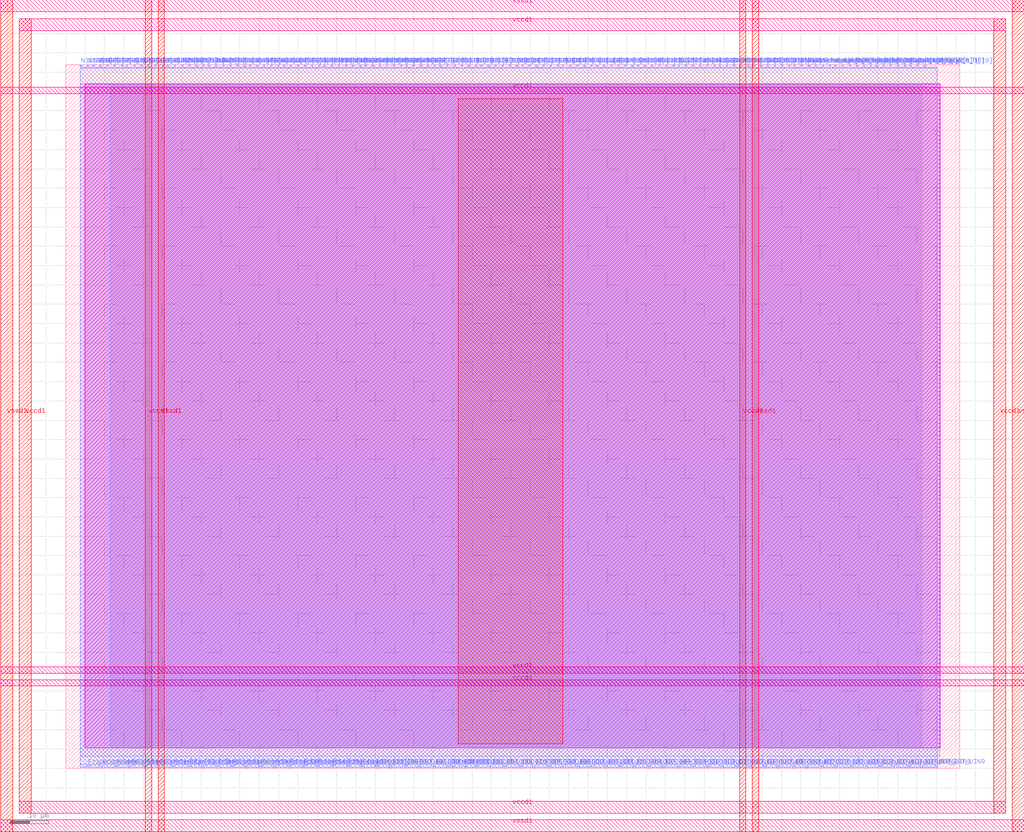
<source format=lef>
VERSION 5.7 ;
  NOWIREEXTENSIONATPIN ON ;
  DIVIDERCHAR "/" ;
  BUSBITCHARS "[]" ;
MACRO S_term_single
  CLASS BLOCK ;
  FOREIGN S_term_single ;
  ORIGIN 0.000 0.000 ;
  SIZE 231.000 BY 182.000 ;
  PIN Co
    DIRECTION OUTPUT ;
    USE SIGNAL ;
    PORT
      LAYER met2 ;
        RECT 95.260 181.300 95.640 182.000 ;
    END
  END Co
  PIN FrameStrobe[0]
    DIRECTION INPUT ;
    USE SIGNAL ;
    ANTENNAGATEAREA 0.213000 ;
    PORT
      LAYER met2 ;
        RECT 5.560 0.000 5.940 0.700 ;
    END
  END FrameStrobe[0]
  PIN FrameStrobe[10]
    DIRECTION INPUT ;
    USE SIGNAL ;
    ANTENNAGATEAREA 0.213000 ;
    ANTENNADIFFAREA 0.434700 ;
    PORT
      LAYER met2 ;
        RECT 42.820 0.000 43.200 0.700 ;
    END
  END FrameStrobe[10]
  PIN FrameStrobe[11]
    DIRECTION INPUT ;
    USE SIGNAL ;
    ANTENNAGATEAREA 0.213000 ;
    PORT
      LAYER met2 ;
        RECT 46.500 0.000 46.880 0.700 ;
    END
  END FrameStrobe[11]
  PIN FrameStrobe[12]
    DIRECTION INPUT ;
    USE SIGNAL ;
    ANTENNAGATEAREA 0.213000 ;
    PORT
      LAYER met2 ;
        RECT 50.180 0.000 50.560 0.700 ;
    END
  END FrameStrobe[12]
  PIN FrameStrobe[13]
    DIRECTION INPUT ;
    USE SIGNAL ;
    ANTENNAGATEAREA 0.213000 ;
    PORT
      LAYER met2 ;
        RECT 53.860 0.000 54.240 0.700 ;
    END
  END FrameStrobe[13]
  PIN FrameStrobe[14]
    DIRECTION INPUT ;
    USE SIGNAL ;
    ANTENNAGATEAREA 0.213000 ;
    PORT
      LAYER met2 ;
        RECT 57.540 0.000 57.920 0.700 ;
    END
  END FrameStrobe[14]
  PIN FrameStrobe[15]
    DIRECTION INPUT ;
    USE SIGNAL ;
    ANTENNAGATEAREA 0.213000 ;
    PORT
      LAYER met2 ;
        RECT 61.220 0.000 61.600 0.700 ;
    END
  END FrameStrobe[15]
  PIN FrameStrobe[16]
    DIRECTION INPUT ;
    USE SIGNAL ;
    ANTENNAGATEAREA 0.213000 ;
    PORT
      LAYER met2 ;
        RECT 64.900 0.000 65.280 0.700 ;
    END
  END FrameStrobe[16]
  PIN FrameStrobe[17]
    DIRECTION INPUT ;
    USE SIGNAL ;
    ANTENNAGATEAREA 0.213000 ;
    PORT
      LAYER met2 ;
        RECT 68.580 0.000 68.960 0.700 ;
    END
  END FrameStrobe[17]
  PIN FrameStrobe[18]
    DIRECTION INPUT ;
    USE SIGNAL ;
    ANTENNAGATEAREA 0.213000 ;
    PORT
      LAYER met2 ;
        RECT 72.720 0.000 73.100 0.700 ;
    END
  END FrameStrobe[18]
  PIN FrameStrobe[19]
    DIRECTION INPUT ;
    USE SIGNAL ;
    ANTENNAGATEAREA 0.213000 ;
    PORT
      LAYER met2 ;
        RECT 76.400 0.000 76.780 0.700 ;
    END
  END FrameStrobe[19]
  PIN FrameStrobe[1]
    DIRECTION INPUT ;
    USE SIGNAL ;
    ANTENNAGATEAREA 0.213000 ;
    ANTENNADIFFAREA 0.434700 ;
    PORT
      LAYER met2 ;
        RECT 9.240 0.000 9.620 0.700 ;
    END
  END FrameStrobe[1]
  PIN FrameStrobe[2]
    DIRECTION INPUT ;
    USE SIGNAL ;
    ANTENNAGATEAREA 0.213000 ;
    PORT
      LAYER met2 ;
        RECT 12.920 0.000 13.300 0.700 ;
    END
  END FrameStrobe[2]
  PIN FrameStrobe[3]
    DIRECTION INPUT ;
    USE SIGNAL ;
    ANTENNAGATEAREA 0.213000 ;
    PORT
      LAYER met2 ;
        RECT 16.600 0.000 16.980 0.700 ;
    END
  END FrameStrobe[3]
  PIN FrameStrobe[4]
    DIRECTION INPUT ;
    USE SIGNAL ;
    ANTENNAGATEAREA 0.213000 ;
    ANTENNADIFFAREA 0.434700 ;
    PORT
      LAYER met2 ;
        RECT 20.280 0.000 20.660 0.700 ;
    END
  END FrameStrobe[4]
  PIN FrameStrobe[5]
    DIRECTION INPUT ;
    USE SIGNAL ;
    ANTENNAGATEAREA 0.213000 ;
    PORT
      LAYER met2 ;
        RECT 23.960 0.000 24.340 0.700 ;
    END
  END FrameStrobe[5]
  PIN FrameStrobe[6]
    DIRECTION INPUT ;
    USE SIGNAL ;
    ANTENNAGATEAREA 0.213000 ;
    PORT
      LAYER met2 ;
        RECT 27.640 0.000 28.020 0.700 ;
    END
  END FrameStrobe[6]
  PIN FrameStrobe[7]
    DIRECTION INPUT ;
    USE SIGNAL ;
    ANTENNAGATEAREA 0.213000 ;
    PORT
      LAYER met2 ;
        RECT 31.780 0.000 32.160 0.700 ;
    END
  END FrameStrobe[7]
  PIN FrameStrobe[8]
    DIRECTION INPUT ;
    USE SIGNAL ;
    ANTENNAGATEAREA 0.213000 ;
    ANTENNADIFFAREA 0.434700 ;
    PORT
      LAYER met2 ;
        RECT 35.460 0.000 35.840 0.700 ;
    END
  END FrameStrobe[8]
  PIN FrameStrobe[9]
    DIRECTION INPUT ;
    USE SIGNAL ;
    ANTENNAGATEAREA 0.213000 ;
    ANTENNADIFFAREA 0.434700 ;
    PORT
      LAYER met2 ;
        RECT 39.140 0.000 39.520 0.700 ;
    END
  END FrameStrobe[9]
  PIN FrameStrobe_O[0]
    DIRECTION OUTPUT ;
    USE SIGNAL ;
    ANTENNADIFFAREA 0.445500 ;
    PORT
      LAYER met2 ;
        RECT 188.180 181.300 188.560 182.000 ;
    END
  END FrameStrobe_O[0]
  PIN FrameStrobe_O[10]
    DIRECTION OUTPUT ;
    USE SIGNAL ;
    ANTENNADIFFAREA 0.445500 ;
    PORT
      LAYER met2 ;
        RECT 206.120 181.300 206.500 182.000 ;
    END
  END FrameStrobe_O[10]
  PIN FrameStrobe_O[11]
    DIRECTION OUTPUT ;
    USE SIGNAL ;
    ANTENNADIFFAREA 0.445500 ;
    PORT
      LAYER met2 ;
        RECT 207.960 181.300 208.340 182.000 ;
    END
  END FrameStrobe_O[11]
  PIN FrameStrobe_O[12]
    DIRECTION OUTPUT ;
    USE SIGNAL ;
    ANTENNADIFFAREA 0.445500 ;
    PORT
      LAYER met2 ;
        RECT 209.340 181.300 209.720 182.000 ;
    END
  END FrameStrobe_O[12]
  PIN FrameStrobe_O[13]
    DIRECTION OUTPUT ;
    USE SIGNAL ;
    ANTENNADIFFAREA 0.445500 ;
    PORT
      LAYER met2 ;
        RECT 211.180 181.300 211.560 182.000 ;
    END
  END FrameStrobe_O[13]
  PIN FrameStrobe_O[14]
    DIRECTION OUTPUT ;
    USE SIGNAL ;
    ANTENNADIFFAREA 0.445500 ;
    PORT
      LAYER met2 ;
        RECT 213.020 181.300 213.400 182.000 ;
    END
  END FrameStrobe_O[14]
  PIN FrameStrobe_O[15]
    DIRECTION OUTPUT ;
    USE SIGNAL ;
    ANTENNADIFFAREA 0.445500 ;
    PORT
      LAYER met2 ;
        RECT 214.860 181.300 215.240 182.000 ;
    END
  END FrameStrobe_O[15]
  PIN FrameStrobe_O[16]
    DIRECTION OUTPUT ;
    USE SIGNAL ;
    ANTENNADIFFAREA 0.445500 ;
    PORT
      LAYER met2 ;
        RECT 216.700 181.300 217.080 182.000 ;
    END
  END FrameStrobe_O[16]
  PIN FrameStrobe_O[17]
    DIRECTION OUTPUT ;
    USE SIGNAL ;
    ANTENNADIFFAREA 0.445500 ;
    PORT
      LAYER met2 ;
        RECT 218.080 181.300 218.460 182.000 ;
    END
  END FrameStrobe_O[17]
  PIN FrameStrobe_O[18]
    DIRECTION OUTPUT ;
    USE SIGNAL ;
    ANTENNADIFFAREA 0.445500 ;
    PORT
      LAYER met2 ;
        RECT 219.920 181.300 220.300 182.000 ;
    END
  END FrameStrobe_O[18]
  PIN FrameStrobe_O[19]
    DIRECTION OUTPUT ;
    USE SIGNAL ;
    ANTENNADIFFAREA 0.445500 ;
    PORT
      LAYER met2 ;
        RECT 221.760 181.300 222.140 182.000 ;
    END
  END FrameStrobe_O[19]
  PIN FrameStrobe_O[1]
    DIRECTION OUTPUT ;
    USE SIGNAL ;
    ANTENNADIFFAREA 0.445500 ;
    PORT
      LAYER met2 ;
        RECT 190.020 181.300 190.400 182.000 ;
    END
  END FrameStrobe_O[1]
  PIN FrameStrobe_O[2]
    DIRECTION OUTPUT ;
    USE SIGNAL ;
    ANTENNADIFFAREA 0.445500 ;
    PORT
      LAYER met2 ;
        RECT 191.860 181.300 192.240 182.000 ;
    END
  END FrameStrobe_O[2]
  PIN FrameStrobe_O[3]
    DIRECTION OUTPUT ;
    USE SIGNAL ;
    ANTENNADIFFAREA 0.445500 ;
    PORT
      LAYER met2 ;
        RECT 193.700 181.300 194.080 182.000 ;
    END
  END FrameStrobe_O[3]
  PIN FrameStrobe_O[4]
    DIRECTION OUTPUT ;
    USE SIGNAL ;
    ANTENNADIFFAREA 0.445500 ;
    PORT
      LAYER met2 ;
        RECT 195.540 181.300 195.920 182.000 ;
    END
  END FrameStrobe_O[4]
  PIN FrameStrobe_O[5]
    DIRECTION OUTPUT ;
    USE SIGNAL ;
    ANTENNADIFFAREA 0.445500 ;
    PORT
      LAYER met2 ;
        RECT 197.380 181.300 197.760 182.000 ;
    END
  END FrameStrobe_O[5]
  PIN FrameStrobe_O[6]
    DIRECTION OUTPUT ;
    USE SIGNAL ;
    ANTENNADIFFAREA 0.445500 ;
    PORT
      LAYER met2 ;
        RECT 198.760 181.300 199.140 182.000 ;
    END
  END FrameStrobe_O[6]
  PIN FrameStrobe_O[7]
    DIRECTION OUTPUT ;
    USE SIGNAL ;
    ANTENNADIFFAREA 0.445500 ;
    PORT
      LAYER met2 ;
        RECT 200.600 181.300 200.980 182.000 ;
    END
  END FrameStrobe_O[7]
  PIN FrameStrobe_O[8]
    DIRECTION OUTPUT ;
    USE SIGNAL ;
    ANTENNADIFFAREA 0.445500 ;
    PORT
      LAYER met2 ;
        RECT 202.440 181.300 202.820 182.000 ;
    END
  END FrameStrobe_O[8]
  PIN FrameStrobe_O[9]
    DIRECTION OUTPUT ;
    USE SIGNAL ;
    ANTENNADIFFAREA 0.445500 ;
    PORT
      LAYER met2 ;
        RECT 204.280 181.300 204.660 182.000 ;
    END
  END FrameStrobe_O[9]
  PIN N1BEG[0]
    DIRECTION OUTPUT ;
    USE SIGNAL ;
    ANTENNADIFFAREA 0.445500 ;
    PORT
      LAYER met2 ;
        RECT 3.720 181.300 4.100 182.000 ;
    END
  END N1BEG[0]
  PIN N1BEG[1]
    DIRECTION OUTPUT ;
    USE SIGNAL ;
    ANTENNADIFFAREA 0.445500 ;
    PORT
      LAYER met2 ;
        RECT 5.560 181.300 5.940 182.000 ;
    END
  END N1BEG[1]
  PIN N1BEG[2]
    DIRECTION OUTPUT ;
    USE SIGNAL ;
    ANTENNADIFFAREA 0.445500 ;
    PORT
      LAYER met2 ;
        RECT 6.940 181.300 7.320 182.000 ;
    END
  END N1BEG[2]
  PIN N1BEG[3]
    DIRECTION OUTPUT ;
    USE SIGNAL ;
    ANTENNADIFFAREA 0.445500 ;
    PORT
      LAYER met2 ;
        RECT 8.780 181.300 9.160 182.000 ;
    END
  END N1BEG[3]
  PIN N2BEG[0]
    DIRECTION OUTPUT ;
    USE SIGNAL ;
    ANTENNADIFFAREA 0.445500 ;
    PORT
      LAYER met2 ;
        RECT 10.620 181.300 11.000 182.000 ;
    END
  END N2BEG[0]
  PIN N2BEG[1]
    DIRECTION OUTPUT ;
    USE SIGNAL ;
    ANTENNADIFFAREA 0.445500 ;
    PORT
      LAYER met2 ;
        RECT 12.460 181.300 12.840 182.000 ;
    END
  END N2BEG[1]
  PIN N2BEG[2]
    DIRECTION OUTPUT ;
    USE SIGNAL ;
    ANTENNADIFFAREA 0.445500 ;
    PORT
      LAYER met2 ;
        RECT 14.300 181.300 14.680 182.000 ;
    END
  END N2BEG[2]
  PIN N2BEG[3]
    DIRECTION OUTPUT ;
    USE SIGNAL ;
    ANTENNADIFFAREA 0.445500 ;
    PORT
      LAYER met2 ;
        RECT 15.680 181.300 16.060 182.000 ;
    END
  END N2BEG[3]
  PIN N2BEG[4]
    DIRECTION OUTPUT ;
    USE SIGNAL ;
    ANTENNADIFFAREA 0.445500 ;
    PORT
      LAYER met2 ;
        RECT 17.520 181.300 17.900 182.000 ;
    END
  END N2BEG[4]
  PIN N2BEG[5]
    DIRECTION OUTPUT ;
    USE SIGNAL ;
    ANTENNADIFFAREA 0.445500 ;
    PORT
      LAYER met2 ;
        RECT 19.360 181.300 19.740 182.000 ;
    END
  END N2BEG[5]
  PIN N2BEG[6]
    DIRECTION OUTPUT ;
    USE SIGNAL ;
    ANTENNADIFFAREA 0.445500 ;
    PORT
      LAYER met2 ;
        RECT 21.200 181.300 21.580 182.000 ;
    END
  END N2BEG[6]
  PIN N2BEG[7]
    DIRECTION OUTPUT ;
    USE SIGNAL ;
    ANTENNADIFFAREA 0.445500 ;
    PORT
      LAYER met2 ;
        RECT 23.040 181.300 23.420 182.000 ;
    END
  END N2BEG[7]
  PIN N2BEGb[0]
    DIRECTION OUTPUT ;
    USE SIGNAL ;
    ANTENNADIFFAREA 0.445500 ;
    PORT
      LAYER met2 ;
        RECT 24.880 181.300 25.260 182.000 ;
    END
  END N2BEGb[0]
  PIN N2BEGb[1]
    DIRECTION OUTPUT ;
    USE SIGNAL ;
    ANTENNADIFFAREA 0.445500 ;
    PORT
      LAYER met2 ;
        RECT 26.260 181.300 26.640 182.000 ;
    END
  END N2BEGb[1]
  PIN N2BEGb[2]
    DIRECTION OUTPUT ;
    USE SIGNAL ;
    ANTENNADIFFAREA 0.445500 ;
    PORT
      LAYER met2 ;
        RECT 28.100 181.300 28.480 182.000 ;
    END
  END N2BEGb[2]
  PIN N2BEGb[3]
    DIRECTION OUTPUT ;
    USE SIGNAL ;
    ANTENNADIFFAREA 0.445500 ;
    PORT
      LAYER met2 ;
        RECT 29.940 181.300 30.320 182.000 ;
    END
  END N2BEGb[3]
  PIN N2BEGb[4]
    DIRECTION OUTPUT ;
    USE SIGNAL ;
    ANTENNADIFFAREA 0.445500 ;
    PORT
      LAYER met2 ;
        RECT 31.780 181.300 32.160 182.000 ;
    END
  END N2BEGb[4]
  PIN N2BEGb[5]
    DIRECTION OUTPUT ;
    USE SIGNAL ;
    ANTENNADIFFAREA 0.445500 ;
    PORT
      LAYER met2 ;
        RECT 33.620 181.300 34.000 182.000 ;
    END
  END N2BEGb[5]
  PIN N2BEGb[6]
    DIRECTION OUTPUT ;
    USE SIGNAL ;
    ANTENNADIFFAREA 0.445500 ;
    PORT
      LAYER met2 ;
        RECT 35.460 181.300 35.840 182.000 ;
    END
  END N2BEGb[6]
  PIN N2BEGb[7]
    DIRECTION OUTPUT ;
    USE SIGNAL ;
    ANTENNADIFFAREA 0.445500 ;
    PORT
      LAYER met2 ;
        RECT 36.840 181.300 37.220 182.000 ;
    END
  END N2BEGb[7]
  PIN N4BEG[0]
    DIRECTION OUTPUT ;
    USE SIGNAL ;
    ANTENNADIFFAREA 0.445500 ;
    PORT
      LAYER met2 ;
        RECT 38.680 181.300 39.060 182.000 ;
    END
  END N4BEG[0]
  PIN N4BEG[10]
    DIRECTION OUTPUT ;
    USE SIGNAL ;
    ANTENNADIFFAREA 0.445500 ;
    PORT
      LAYER met2 ;
        RECT 56.160 181.300 56.540 182.000 ;
    END
  END N4BEG[10]
  PIN N4BEG[11]
    DIRECTION OUTPUT ;
    USE SIGNAL ;
    ANTENNADIFFAREA 0.445500 ;
    PORT
      LAYER met2 ;
        RECT 58.000 181.300 58.380 182.000 ;
    END
  END N4BEG[11]
  PIN N4BEG[12]
    DIRECTION OUTPUT ;
    USE SIGNAL ;
    ANTENNADIFFAREA 0.445500 ;
    PORT
      LAYER met2 ;
        RECT 59.840 181.300 60.220 182.000 ;
    END
  END N4BEG[12]
  PIN N4BEG[13]
    DIRECTION OUTPUT ;
    USE SIGNAL ;
    ANTENNADIFFAREA 0.445500 ;
    PORT
      LAYER met2 ;
        RECT 61.680 181.300 62.060 182.000 ;
    END
  END N4BEG[13]
  PIN N4BEG[14]
    DIRECTION OUTPUT ;
    USE SIGNAL ;
    ANTENNADIFFAREA 0.445500 ;
    PORT
      LAYER met2 ;
        RECT 63.520 181.300 63.900 182.000 ;
    END
  END N4BEG[14]
  PIN N4BEG[15]
    DIRECTION OUTPUT ;
    USE SIGNAL ;
    ANTENNADIFFAREA 0.445500 ;
    PORT
      LAYER met2 ;
        RECT 65.360 181.300 65.740 182.000 ;
    END
  END N4BEG[15]
  PIN N4BEG[1]
    DIRECTION OUTPUT ;
    USE SIGNAL ;
    ANTENNADIFFAREA 0.445500 ;
    PORT
      LAYER met2 ;
        RECT 40.520 181.300 40.900 182.000 ;
    END
  END N4BEG[1]
  PIN N4BEG[2]
    DIRECTION OUTPUT ;
    USE SIGNAL ;
    ANTENNADIFFAREA 0.445500 ;
    PORT
      LAYER met2 ;
        RECT 42.360 181.300 42.740 182.000 ;
    END
  END N4BEG[2]
  PIN N4BEG[3]
    DIRECTION OUTPUT ;
    USE SIGNAL ;
    ANTENNADIFFAREA 0.445500 ;
    PORT
      LAYER met2 ;
        RECT 44.200 181.300 44.580 182.000 ;
    END
  END N4BEG[3]
  PIN N4BEG[4]
    DIRECTION OUTPUT ;
    USE SIGNAL ;
    ANTENNADIFFAREA 0.445500 ;
    PORT
      LAYER met2 ;
        RECT 46.040 181.300 46.420 182.000 ;
    END
  END N4BEG[4]
  PIN N4BEG[5]
    DIRECTION OUTPUT ;
    USE SIGNAL ;
    ANTENNADIFFAREA 0.445500 ;
    PORT
      LAYER met2 ;
        RECT 47.420 181.300 47.800 182.000 ;
    END
  END N4BEG[5]
  PIN N4BEG[6]
    DIRECTION OUTPUT ;
    USE SIGNAL ;
    ANTENNADIFFAREA 0.445500 ;
    PORT
      LAYER met2 ;
        RECT 49.260 181.300 49.640 182.000 ;
    END
  END N4BEG[6]
  PIN N4BEG[7]
    DIRECTION OUTPUT ;
    USE SIGNAL ;
    ANTENNADIFFAREA 0.445500 ;
    PORT
      LAYER met2 ;
        RECT 51.100 181.300 51.480 182.000 ;
    END
  END N4BEG[7]
  PIN N4BEG[8]
    DIRECTION OUTPUT ;
    USE SIGNAL ;
    ANTENNADIFFAREA 0.445500 ;
    PORT
      LAYER met2 ;
        RECT 52.940 181.300 53.320 182.000 ;
    END
  END N4BEG[8]
  PIN N4BEG[9]
    DIRECTION OUTPUT ;
    USE SIGNAL ;
    ANTENNADIFFAREA 0.445500 ;
    PORT
      LAYER met2 ;
        RECT 54.780 181.300 55.160 182.000 ;
    END
  END N4BEG[9]
  PIN NN4BEG[0]
    DIRECTION OUTPUT ;
    USE SIGNAL ;
    ANTENNADIFFAREA 0.445500 ;
    PORT
      LAYER met2 ;
        RECT 66.740 181.300 67.120 182.000 ;
    END
  END NN4BEG[0]
  PIN NN4BEG[10]
    DIRECTION OUTPUT ;
    USE SIGNAL ;
    ANTENNADIFFAREA 0.445500 ;
    PORT
      LAYER met2 ;
        RECT 84.680 181.300 85.060 182.000 ;
    END
  END NN4BEG[10]
  PIN NN4BEG[11]
    DIRECTION OUTPUT ;
    USE SIGNAL ;
    ANTENNADIFFAREA 0.445500 ;
    PORT
      LAYER met2 ;
        RECT 86.520 181.300 86.900 182.000 ;
    END
  END NN4BEG[11]
  PIN NN4BEG[12]
    DIRECTION OUTPUT ;
    USE SIGNAL ;
    ANTENNADIFFAREA 0.445500 ;
    PORT
      LAYER met2 ;
        RECT 87.900 181.300 88.280 182.000 ;
    END
  END NN4BEG[12]
  PIN NN4BEG[13]
    DIRECTION OUTPUT ;
    USE SIGNAL ;
    ANTENNADIFFAREA 0.445500 ;
    PORT
      LAYER met2 ;
        RECT 89.740 181.300 90.120 182.000 ;
    END
  END NN4BEG[13]
  PIN NN4BEG[14]
    DIRECTION OUTPUT ;
    USE SIGNAL ;
    ANTENNADIFFAREA 0.445500 ;
    PORT
      LAYER met2 ;
        RECT 91.580 181.300 91.960 182.000 ;
    END
  END NN4BEG[14]
  PIN NN4BEG[15]
    DIRECTION OUTPUT ;
    USE SIGNAL ;
    ANTENNADIFFAREA 0.445500 ;
    PORT
      LAYER met2 ;
        RECT 93.420 181.300 93.800 182.000 ;
    END
  END NN4BEG[15]
  PIN NN4BEG[1]
    DIRECTION OUTPUT ;
    USE SIGNAL ;
    ANTENNADIFFAREA 0.445500 ;
    PORT
      LAYER met2 ;
        RECT 68.580 181.300 68.960 182.000 ;
    END
  END NN4BEG[1]
  PIN NN4BEG[2]
    DIRECTION OUTPUT ;
    USE SIGNAL ;
    ANTENNADIFFAREA 0.445500 ;
    PORT
      LAYER met2 ;
        RECT 70.420 181.300 70.800 182.000 ;
    END
  END NN4BEG[2]
  PIN NN4BEG[3]
    DIRECTION OUTPUT ;
    USE SIGNAL ;
    ANTENNADIFFAREA 0.445500 ;
    PORT
      LAYER met2 ;
        RECT 72.260 181.300 72.640 182.000 ;
    END
  END NN4BEG[3]
  PIN NN4BEG[4]
    DIRECTION OUTPUT ;
    USE SIGNAL ;
    ANTENNADIFFAREA 0.445500 ;
    PORT
      LAYER met2 ;
        RECT 74.100 181.300 74.480 182.000 ;
    END
  END NN4BEG[4]
  PIN NN4BEG[5]
    DIRECTION OUTPUT ;
    USE SIGNAL ;
    ANTENNADIFFAREA 0.445500 ;
    PORT
      LAYER met2 ;
        RECT 75.940 181.300 76.320 182.000 ;
    END
  END NN4BEG[5]
  PIN NN4BEG[6]
    DIRECTION OUTPUT ;
    USE SIGNAL ;
    ANTENNADIFFAREA 0.445500 ;
    PORT
      LAYER met2 ;
        RECT 77.320 181.300 77.700 182.000 ;
    END
  END NN4BEG[6]
  PIN NN4BEG[7]
    DIRECTION OUTPUT ;
    USE SIGNAL ;
    ANTENNADIFFAREA 0.445500 ;
    PORT
      LAYER met2 ;
        RECT 79.160 181.300 79.540 182.000 ;
    END
  END NN4BEG[7]
  PIN NN4BEG[8]
    DIRECTION OUTPUT ;
    USE SIGNAL ;
    ANTENNADIFFAREA 0.445500 ;
    PORT
      LAYER met2 ;
        RECT 81.000 181.300 81.380 182.000 ;
    END
  END NN4BEG[8]
  PIN NN4BEG[9]
    DIRECTION OUTPUT ;
    USE SIGNAL ;
    ANTENNADIFFAREA 0.445500 ;
    PORT
      LAYER met2 ;
        RECT 82.840 181.300 83.220 182.000 ;
    END
  END NN4BEG[9]
  PIN S1END[0]
    DIRECTION INPUT ;
    USE SIGNAL ;
    ANTENNAGATEAREA 0.213000 ;
    PORT
      LAYER met2 ;
        RECT 96.640 181.300 97.020 182.000 ;
    END
  END S1END[0]
  PIN S1END[1]
    DIRECTION INPUT ;
    USE SIGNAL ;
    ANTENNAGATEAREA 0.213000 ;
    PORT
      LAYER met2 ;
        RECT 98.480 181.300 98.860 182.000 ;
    END
  END S1END[1]
  PIN S1END[2]
    DIRECTION INPUT ;
    USE SIGNAL ;
    ANTENNAGATEAREA 0.213000 ;
    PORT
      LAYER met2 ;
        RECT 100.320 181.300 100.700 182.000 ;
    END
  END S1END[2]
  PIN S1END[3]
    DIRECTION INPUT ;
    USE SIGNAL ;
    ANTENNAGATEAREA 0.213000 ;
    PORT
      LAYER met2 ;
        RECT 102.160 181.300 102.540 182.000 ;
    END
  END S1END[3]
  PIN S2END[0]
    DIRECTION INPUT ;
    USE SIGNAL ;
    ANTENNAGATEAREA 0.213000 ;
    PORT
      LAYER met2 ;
        RECT 117.800 181.300 118.180 182.000 ;
    END
  END S2END[0]
  PIN S2END[1]
    DIRECTION INPUT ;
    USE SIGNAL ;
    ANTENNAGATEAREA 0.213000 ;
    PORT
      LAYER met2 ;
        RECT 119.640 181.300 120.020 182.000 ;
    END
  END S2END[1]
  PIN S2END[2]
    DIRECTION INPUT ;
    USE SIGNAL ;
    ANTENNAGATEAREA 0.213000 ;
    PORT
      LAYER met2 ;
        RECT 121.480 181.300 121.860 182.000 ;
    END
  END S2END[2]
  PIN S2END[3]
    DIRECTION INPUT ;
    USE SIGNAL ;
    ANTENNAGATEAREA 0.213000 ;
    PORT
      LAYER met2 ;
        RECT 123.320 181.300 123.700 182.000 ;
    END
  END S2END[3]
  PIN S2END[4]
    DIRECTION INPUT ;
    USE SIGNAL ;
    ANTENNAGATEAREA 0.213000 ;
    PORT
      LAYER met2 ;
        RECT 125.160 181.300 125.540 182.000 ;
    END
  END S2END[4]
  PIN S2END[5]
    DIRECTION INPUT ;
    USE SIGNAL ;
    ANTENNAGATEAREA 0.213000 ;
    PORT
      LAYER met2 ;
        RECT 127.000 181.300 127.380 182.000 ;
    END
  END S2END[5]
  PIN S2END[6]
    DIRECTION INPUT ;
    USE SIGNAL ;
    ANTENNAGATEAREA 0.213000 ;
    PORT
      LAYER met2 ;
        RECT 128.380 181.300 128.760 182.000 ;
    END
  END S2END[6]
  PIN S2END[7]
    DIRECTION INPUT ;
    USE SIGNAL ;
    ANTENNAGATEAREA 0.213000 ;
    PORT
      LAYER met2 ;
        RECT 130.220 181.300 130.600 182.000 ;
    END
  END S2END[7]
  PIN S2MID[0]
    DIRECTION INPUT ;
    USE SIGNAL ;
    ANTENNAGATEAREA 0.213000 ;
    PORT
      LAYER met2 ;
        RECT 104.000 181.300 104.380 182.000 ;
    END
  END S2MID[0]
  PIN S2MID[1]
    DIRECTION INPUT ;
    USE SIGNAL ;
    ANTENNAGATEAREA 0.213000 ;
    PORT
      LAYER met2 ;
        RECT 105.840 181.300 106.220 182.000 ;
    END
  END S2MID[1]
  PIN S2MID[2]
    DIRECTION INPUT ;
    USE SIGNAL ;
    ANTENNAGATEAREA 0.213000 ;
    PORT
      LAYER met2 ;
        RECT 107.220 181.300 107.600 182.000 ;
    END
  END S2MID[2]
  PIN S2MID[3]
    DIRECTION INPUT ;
    USE SIGNAL ;
    ANTENNAGATEAREA 0.213000 ;
    PORT
      LAYER met2 ;
        RECT 109.060 181.300 109.440 182.000 ;
    END
  END S2MID[3]
  PIN S2MID[4]
    DIRECTION INPUT ;
    USE SIGNAL ;
    ANTENNAGATEAREA 0.213000 ;
    PORT
      LAYER met2 ;
        RECT 110.900 181.300 111.280 182.000 ;
    END
  END S2MID[4]
  PIN S2MID[5]
    DIRECTION INPUT ;
    USE SIGNAL ;
    ANTENNAGATEAREA 0.213000 ;
    PORT
      LAYER met2 ;
        RECT 112.740 181.300 113.120 182.000 ;
    END
  END S2MID[5]
  PIN S2MID[6]
    DIRECTION INPUT ;
    USE SIGNAL ;
    ANTENNAGATEAREA 0.213000 ;
    PORT
      LAYER met2 ;
        RECT 114.580 181.300 114.960 182.000 ;
    END
  END S2MID[6]
  PIN S2MID[7]
    DIRECTION INPUT ;
    USE SIGNAL ;
    ANTENNAGATEAREA 0.213000 ;
    PORT
      LAYER met2 ;
        RECT 116.420 181.300 116.800 182.000 ;
    END
  END S2MID[7]
  PIN S4END[0]
    DIRECTION INPUT ;
    USE SIGNAL ;
    ANTENNAGATEAREA 0.393000 ;
    PORT
      LAYER met2 ;
        RECT 132.060 181.300 132.440 182.000 ;
    END
  END S4END[0]
  PIN S4END[10]
    DIRECTION INPUT ;
    USE SIGNAL ;
    ANTENNAGATEAREA 0.213000 ;
    PORT
      LAYER met2 ;
        RECT 149.540 181.300 149.920 182.000 ;
    END
  END S4END[10]
  PIN S4END[11]
    DIRECTION INPUT ;
    USE SIGNAL ;
    ANTENNAGATEAREA 0.196500 ;
    PORT
      LAYER met2 ;
        RECT 151.380 181.300 151.760 182.000 ;
    END
  END S4END[11]
  PIN S4END[12]
    DIRECTION INPUT ;
    USE SIGNAL ;
    PORT
      LAYER met2 ;
        RECT 153.220 181.300 153.600 182.000 ;
    END
  END S4END[12]
  PIN S4END[13]
    DIRECTION INPUT ;
    USE SIGNAL ;
    PORT
      LAYER met2 ;
        RECT 155.060 181.300 155.440 182.000 ;
    END
  END S4END[13]
  PIN S4END[14]
    DIRECTION INPUT ;
    USE SIGNAL ;
    PORT
      LAYER met2 ;
        RECT 156.900 181.300 157.280 182.000 ;
    END
  END S4END[14]
  PIN S4END[15]
    DIRECTION INPUT ;
    USE SIGNAL ;
    PORT
      LAYER met2 ;
        RECT 158.280 181.300 158.660 182.000 ;
    END
  END S4END[15]
  PIN S4END[1]
    DIRECTION INPUT ;
    USE SIGNAL ;
    ANTENNAGATEAREA 0.393000 ;
    PORT
      LAYER met2 ;
        RECT 133.900 181.300 134.280 182.000 ;
    END
  END S4END[1]
  PIN S4END[2]
    DIRECTION INPUT ;
    USE SIGNAL ;
    ANTENNAGATEAREA 0.393000 ;
    PORT
      LAYER met2 ;
        RECT 135.740 181.300 136.120 182.000 ;
    END
  END S4END[2]
  PIN S4END[3]
    DIRECTION INPUT ;
    USE SIGNAL ;
    ANTENNAGATEAREA 0.393000 ;
    PORT
      LAYER met2 ;
        RECT 137.120 181.300 137.500 182.000 ;
    END
  END S4END[3]
  PIN S4END[4]
    DIRECTION INPUT ;
    USE SIGNAL ;
    ANTENNAGATEAREA 0.196500 ;
    ANTENNADIFFAREA 0.434700 ;
    PORT
      LAYER met2 ;
        RECT 138.960 181.300 139.340 182.000 ;
    END
  END S4END[4]
  PIN S4END[5]
    DIRECTION INPUT ;
    USE SIGNAL ;
    ANTENNAGATEAREA 0.196500 ;
    PORT
      LAYER met2 ;
        RECT 140.800 181.300 141.180 182.000 ;
    END
  END S4END[5]
  PIN S4END[6]
    DIRECTION INPUT ;
    USE SIGNAL ;
    ANTENNAGATEAREA 0.196500 ;
    ANTENNADIFFAREA 0.434700 ;
    PORT
      LAYER met2 ;
        RECT 142.640 181.300 143.020 182.000 ;
    END
  END S4END[6]
  PIN S4END[7]
    DIRECTION INPUT ;
    USE SIGNAL ;
    ANTENNAGATEAREA 0.196500 ;
    PORT
      LAYER met2 ;
        RECT 144.480 181.300 144.860 182.000 ;
    END
  END S4END[7]
  PIN S4END[8]
    DIRECTION INPUT ;
    USE SIGNAL ;
    ANTENNAGATEAREA 0.196500 ;
    PORT
      LAYER met2 ;
        RECT 146.320 181.300 146.700 182.000 ;
    END
  END S4END[8]
  PIN S4END[9]
    DIRECTION INPUT ;
    USE SIGNAL ;
    ANTENNAGATEAREA 0.196500 ;
    PORT
      LAYER met2 ;
        RECT 147.700 181.300 148.080 182.000 ;
    END
  END S4END[9]
  PIN SS4END[0]
    DIRECTION INPUT ;
    USE SIGNAL ;
    ANTENNAGATEAREA 0.196500 ;
    PORT
      LAYER met2 ;
        RECT 160.120 181.300 160.500 182.000 ;
    END
  END SS4END[0]
  PIN SS4END[10]
    DIRECTION INPUT ;
    USE SIGNAL ;
    ANTENNAGATEAREA 0.196500 ;
    ANTENNADIFFAREA 0.434700 ;
    PORT
      LAYER met2 ;
        RECT 177.600 181.300 177.980 182.000 ;
    END
  END SS4END[10]
  PIN SS4END[11]
    DIRECTION INPUT ;
    USE SIGNAL ;
    ANTENNAGATEAREA 0.196500 ;
    PORT
      LAYER met2 ;
        RECT 179.440 181.300 179.820 182.000 ;
    END
  END SS4END[11]
  PIN SS4END[12]
    DIRECTION INPUT ;
    USE SIGNAL ;
    ANTENNAGATEAREA 0.196500 ;
    ANTENNADIFFAREA 0.434700 ;
    PORT
      LAYER met2 ;
        RECT 181.280 181.300 181.660 182.000 ;
    END
  END SS4END[12]
  PIN SS4END[13]
    DIRECTION INPUT ;
    USE SIGNAL ;
    ANTENNAGATEAREA 0.196500 ;
    PORT
      LAYER met2 ;
        RECT 183.120 181.300 183.500 182.000 ;
    END
  END SS4END[13]
  PIN SS4END[14]
    DIRECTION INPUT ;
    USE SIGNAL ;
    ANTENNAGATEAREA 0.196500 ;
    PORT
      LAYER met2 ;
        RECT 184.960 181.300 185.340 182.000 ;
    END
  END SS4END[14]
  PIN SS4END[15]
    DIRECTION INPUT ;
    USE SIGNAL ;
    ANTENNAGATEAREA 0.196500 ;
    PORT
      LAYER met2 ;
        RECT 186.800 181.300 187.180 182.000 ;
    END
  END SS4END[15]
  PIN SS4END[1]
    DIRECTION INPUT ;
    USE SIGNAL ;
    ANTENNAGATEAREA 0.196500 ;
    ANTENNADIFFAREA 0.434700 ;
    PORT
      LAYER met2 ;
        RECT 161.960 181.300 162.340 182.000 ;
    END
  END SS4END[1]
  PIN SS4END[2]
    DIRECTION INPUT ;
    USE SIGNAL ;
    ANTENNAGATEAREA 0.196500 ;
    PORT
      LAYER met2 ;
        RECT 163.800 181.300 164.180 182.000 ;
    END
  END SS4END[2]
  PIN SS4END[3]
    DIRECTION INPUT ;
    USE SIGNAL ;
    ANTENNAGATEAREA 0.196500 ;
    PORT
      LAYER met2 ;
        RECT 165.640 181.300 166.020 182.000 ;
    END
  END SS4END[3]
  PIN SS4END[4]
    DIRECTION INPUT ;
    USE SIGNAL ;
    ANTENNAGATEAREA 0.196500 ;
    PORT
      LAYER met2 ;
        RECT 167.480 181.300 167.860 182.000 ;
    END
  END SS4END[4]
  PIN SS4END[5]
    DIRECTION INPUT ;
    USE SIGNAL ;
    ANTENNAGATEAREA 0.196500 ;
    ANTENNADIFFAREA 0.434700 ;
    PORT
      LAYER met2 ;
        RECT 168.860 181.300 169.240 182.000 ;
    END
  END SS4END[5]
  PIN SS4END[6]
    DIRECTION INPUT ;
    USE SIGNAL ;
    ANTENNAGATEAREA 0.213000 ;
    PORT
      LAYER met2 ;
        RECT 170.700 181.300 171.080 182.000 ;
    END
  END SS4END[6]
  PIN SS4END[7]
    DIRECTION INPUT ;
    USE SIGNAL ;
    ANTENNAGATEAREA 0.196500 ;
    ANTENNADIFFAREA 0.434700 ;
    PORT
      LAYER met2 ;
        RECT 172.540 181.300 172.920 182.000 ;
    END
  END SS4END[7]
  PIN SS4END[8]
    DIRECTION INPUT ;
    USE SIGNAL ;
    ANTENNAGATEAREA 0.196500 ;
    ANTENNADIFFAREA 0.434700 ;
    PORT
      LAYER met2 ;
        RECT 174.380 181.300 174.760 182.000 ;
    END
  END SS4END[8]
  PIN SS4END[9]
    DIRECTION INPUT ;
    USE SIGNAL ;
    ANTENNAGATEAREA 0.196500 ;
    PORT
      LAYER met2 ;
        RECT 176.220 181.300 176.600 182.000 ;
    END
  END SS4END[9]
  PIN UIO_BOT_UIN0
    DIRECTION INPUT ;
    USE SIGNAL ;
    ANTENNAGATEAREA 0.213000 ;
    PORT
      LAYER met2 ;
        RECT 154.140 0.000 154.520 0.700 ;
    END
  END UIO_BOT_UIN0
  PIN UIO_BOT_UIN1
    DIRECTION INPUT ;
    USE SIGNAL ;
    ANTENNAGATEAREA 0.213000 ;
    PORT
      LAYER met2 ;
        RECT 158.280 0.000 158.660 0.700 ;
    END
  END UIO_BOT_UIN1
  PIN UIO_BOT_UIN10
    DIRECTION INPUT ;
    USE SIGNAL ;
    ANTENNAGATEAREA 0.196500 ;
    ANTENNADIFFAREA 0.434700 ;
    PORT
      LAYER met2 ;
        RECT 161.960 0.000 162.340 0.700 ;
    END
  END UIO_BOT_UIN10
  PIN UIO_BOT_UIN11
    DIRECTION INPUT ;
    USE SIGNAL ;
    ANTENNAGATEAREA 0.213000 ;
    PORT
      LAYER met2 ;
        RECT 165.640 0.000 166.020 0.700 ;
    END
  END UIO_BOT_UIN11
  PIN UIO_BOT_UIN12
    DIRECTION INPUT ;
    USE SIGNAL ;
    ANTENNAGATEAREA 0.213000 ;
    PORT
      LAYER met2 ;
        RECT 169.320 0.000 169.700 0.700 ;
    END
  END UIO_BOT_UIN12
  PIN UIO_BOT_UIN13
    DIRECTION INPUT ;
    USE SIGNAL ;
    ANTENNAGATEAREA 0.213000 ;
    PORT
      LAYER met2 ;
        RECT 173.000 0.000 173.380 0.700 ;
    END
  END UIO_BOT_UIN13
  PIN UIO_BOT_UIN14
    DIRECTION INPUT ;
    USE SIGNAL ;
    ANTENNAGATEAREA 0.213000 ;
    PORT
      LAYER met2 ;
        RECT 176.680 0.000 177.060 0.700 ;
    END
  END UIO_BOT_UIN14
  PIN UIO_BOT_UIN15
    DIRECTION INPUT ;
    USE SIGNAL ;
    ANTENNAGATEAREA 0.213000 ;
    PORT
      LAYER met2 ;
        RECT 180.360 0.000 180.740 0.700 ;
    END
  END UIO_BOT_UIN15
  PIN UIO_BOT_UIN16
    DIRECTION INPUT ;
    USE SIGNAL ;
    ANTENNAGATEAREA 0.213000 ;
    PORT
      LAYER met2 ;
        RECT 184.040 0.000 184.420 0.700 ;
    END
  END UIO_BOT_UIN16
  PIN UIO_BOT_UIN17
    DIRECTION INPUT ;
    USE SIGNAL ;
    ANTENNAGATEAREA 0.196500 ;
    PORT
      LAYER met2 ;
        RECT 187.720 0.000 188.100 0.700 ;
    END
  END UIO_BOT_UIN17
  PIN UIO_BOT_UIN18
    DIRECTION INPUT ;
    USE SIGNAL ;
    ANTENNAGATEAREA 0.196500 ;
    ANTENNADIFFAREA 0.434700 ;
    PORT
      LAYER met2 ;
        RECT 191.400 0.000 191.780 0.700 ;
    END
  END UIO_BOT_UIN18
  PIN UIO_BOT_UIN19
    DIRECTION INPUT ;
    USE SIGNAL ;
    ANTENNAGATEAREA 0.196500 ;
    ANTENNADIFFAREA 0.434700 ;
    PORT
      LAYER met2 ;
        RECT 195.080 0.000 195.460 0.700 ;
    END
  END UIO_BOT_UIN19
  PIN UIO_BOT_UIN2
    DIRECTION INPUT ;
    USE SIGNAL ;
    ANTENNAGATEAREA 0.196500 ;
    ANTENNADIFFAREA 0.434700 ;
    PORT
      LAYER met2 ;
        RECT 198.760 0.000 199.140 0.700 ;
    END
  END UIO_BOT_UIN2
  PIN UIO_BOT_UIN3
    DIRECTION INPUT ;
    USE SIGNAL ;
    ANTENNAGATEAREA 0.213000 ;
    PORT
      LAYER met2 ;
        RECT 202.900 0.000 203.280 0.700 ;
    END
  END UIO_BOT_UIN3
  PIN UIO_BOT_UIN4
    DIRECTION INPUT ;
    USE SIGNAL ;
    ANTENNAGATEAREA 0.213000 ;
    PORT
      LAYER met2 ;
        RECT 206.580 0.000 206.960 0.700 ;
    END
  END UIO_BOT_UIN4
  PIN UIO_BOT_UIN5
    DIRECTION INPUT ;
    USE SIGNAL ;
    ANTENNAGATEAREA 0.213000 ;
    PORT
      LAYER met2 ;
        RECT 210.260 0.000 210.640 0.700 ;
    END
  END UIO_BOT_UIN5
  PIN UIO_BOT_UIN6
    DIRECTION INPUT ;
    USE SIGNAL ;
    ANTENNAGATEAREA 0.196500 ;
    ANTENNADIFFAREA 0.434700 ;
    PORT
      LAYER met2 ;
        RECT 213.940 0.000 214.320 0.700 ;
    END
  END UIO_BOT_UIN6
  PIN UIO_BOT_UIN7
    DIRECTION INPUT ;
    USE SIGNAL ;
    ANTENNAGATEAREA 0.213000 ;
    ANTENNADIFFAREA 0.434700 ;
    PORT
      LAYER met2 ;
        RECT 217.620 0.000 218.000 0.700 ;
    END
  END UIO_BOT_UIN7
  PIN UIO_BOT_UIN8
    DIRECTION INPUT ;
    USE SIGNAL ;
    ANTENNAGATEAREA 0.213000 ;
    PORT
      LAYER met2 ;
        RECT 221.300 0.000 221.680 0.700 ;
    END
  END UIO_BOT_UIN8
  PIN UIO_BOT_UIN9
    DIRECTION INPUT ;
    USE SIGNAL ;
    ANTENNAGATEAREA 0.213000 ;
    ANTENNADIFFAREA 0.434700 ;
    PORT
      LAYER met2 ;
        RECT 224.980 0.000 225.360 0.700 ;
    END
  END UIO_BOT_UIN9
  PIN UIO_BOT_UOUT0
    DIRECTION OUTPUT ;
    USE SIGNAL ;
    ANTENNADIFFAREA 0.445500 ;
    PORT
      LAYER met2 ;
        RECT 80.080 0.000 80.460 0.700 ;
    END
  END UIO_BOT_UOUT0
  PIN UIO_BOT_UOUT1
    DIRECTION OUTPUT ;
    USE SIGNAL ;
    ANTENNADIFFAREA 0.445500 ;
    PORT
      LAYER met2 ;
        RECT 83.760 0.000 84.140 0.700 ;
    END
  END UIO_BOT_UOUT1
  PIN UIO_BOT_UOUT10
    DIRECTION OUTPUT ;
    USE SIGNAL ;
    ANTENNADIFFAREA 0.445500 ;
    PORT
      LAYER met2 ;
        RECT 87.440 0.000 87.820 0.700 ;
    END
  END UIO_BOT_UOUT10
  PIN UIO_BOT_UOUT11
    DIRECTION OUTPUT ;
    USE SIGNAL ;
    ANTENNADIFFAREA 0.445500 ;
    PORT
      LAYER met2 ;
        RECT 91.120 0.000 91.500 0.700 ;
    END
  END UIO_BOT_UOUT11
  PIN UIO_BOT_UOUT12
    DIRECTION OUTPUT ;
    USE SIGNAL ;
    ANTENNADIFFAREA 0.445500 ;
    PORT
      LAYER met2 ;
        RECT 94.800 0.000 95.180 0.700 ;
    END
  END UIO_BOT_UOUT12
  PIN UIO_BOT_UOUT13
    DIRECTION OUTPUT ;
    USE SIGNAL ;
    ANTENNADIFFAREA 0.445500 ;
    PORT
      LAYER met2 ;
        RECT 98.480 0.000 98.860 0.700 ;
    END
  END UIO_BOT_UOUT13
  PIN UIO_BOT_UOUT14
    DIRECTION OUTPUT ;
    USE SIGNAL ;
    ANTENNADIFFAREA 0.445500 ;
    PORT
      LAYER met2 ;
        RECT 102.160 0.000 102.540 0.700 ;
    END
  END UIO_BOT_UOUT14
  PIN UIO_BOT_UOUT15
    DIRECTION OUTPUT ;
    USE SIGNAL ;
    ANTENNADIFFAREA 0.445500 ;
    PORT
      LAYER met2 ;
        RECT 105.840 0.000 106.220 0.700 ;
    END
  END UIO_BOT_UOUT15
  PIN UIO_BOT_UOUT16
    DIRECTION OUTPUT ;
    USE SIGNAL ;
    ANTENNADIFFAREA 0.445500 ;
    PORT
      LAYER met2 ;
        RECT 109.520 0.000 109.900 0.700 ;
    END
  END UIO_BOT_UOUT16
  PIN UIO_BOT_UOUT17
    DIRECTION OUTPUT ;
    USE SIGNAL ;
    ANTENNADIFFAREA 0.445500 ;
    PORT
      LAYER met2 ;
        RECT 113.200 0.000 113.580 0.700 ;
    END
  END UIO_BOT_UOUT17
  PIN UIO_BOT_UOUT18
    DIRECTION OUTPUT ;
    USE SIGNAL ;
    ANTENNADIFFAREA 0.445500 ;
    PORT
      LAYER met2 ;
        RECT 117.340 0.000 117.720 0.700 ;
    END
  END UIO_BOT_UOUT18
  PIN UIO_BOT_UOUT19
    DIRECTION OUTPUT ;
    USE SIGNAL ;
    ANTENNADIFFAREA 0.445500 ;
    PORT
      LAYER met2 ;
        RECT 121.020 0.000 121.400 0.700 ;
    END
  END UIO_BOT_UOUT19
  PIN UIO_BOT_UOUT2
    DIRECTION OUTPUT ;
    USE SIGNAL ;
    ANTENNADIFFAREA 0.445500 ;
    PORT
      LAYER met2 ;
        RECT 124.700 0.000 125.080 0.700 ;
    END
  END UIO_BOT_UOUT2
  PIN UIO_BOT_UOUT3
    DIRECTION OUTPUT ;
    USE SIGNAL ;
    ANTENNADIFFAREA 0.445500 ;
    PORT
      LAYER met2 ;
        RECT 128.380 0.000 128.760 0.700 ;
    END
  END UIO_BOT_UOUT3
  PIN UIO_BOT_UOUT4
    DIRECTION OUTPUT ;
    USE SIGNAL ;
    ANTENNADIFFAREA 0.445500 ;
    PORT
      LAYER met2 ;
        RECT 132.060 0.000 132.440 0.700 ;
    END
  END UIO_BOT_UOUT4
  PIN UIO_BOT_UOUT5
    DIRECTION OUTPUT ;
    USE SIGNAL ;
    ANTENNADIFFAREA 0.445500 ;
    PORT
      LAYER met2 ;
        RECT 135.740 0.000 136.120 0.700 ;
    END
  END UIO_BOT_UOUT5
  PIN UIO_BOT_UOUT6
    DIRECTION OUTPUT ;
    USE SIGNAL ;
    ANTENNADIFFAREA 0.445500 ;
    PORT
      LAYER met2 ;
        RECT 139.420 0.000 139.800 0.700 ;
    END
  END UIO_BOT_UOUT6
  PIN UIO_BOT_UOUT7
    DIRECTION OUTPUT ;
    USE SIGNAL ;
    ANTENNADIFFAREA 0.445500 ;
    PORT
      LAYER met2 ;
        RECT 143.100 0.000 143.480 0.700 ;
    END
  END UIO_BOT_UOUT7
  PIN UIO_BOT_UOUT8
    DIRECTION OUTPUT ;
    USE SIGNAL ;
    ANTENNADIFFAREA 0.445500 ;
    PORT
      LAYER met2 ;
        RECT 146.780 0.000 147.160 0.700 ;
    END
  END UIO_BOT_UOUT8
  PIN UIO_BOT_UOUT9
    DIRECTION OUTPUT ;
    USE SIGNAL ;
    ANTENNADIFFAREA 0.445500 ;
    PORT
      LAYER met2 ;
        RECT 150.460 0.000 150.840 0.700 ;
    END
  END UIO_BOT_UOUT9
  PIN UserCLK
    DIRECTION INPUT ;
    USE SIGNAL ;
    ANTENNAGATEAREA 0.159000 ;
    ANTENNADIFFAREA 0.434700 ;
    PORT
      LAYER met2 ;
        RECT 99.910 0.000 100.190 0.700 ;
    END
  END UserCLK
  PIN UserCLKo
    DIRECTION OUTPUT ;
    USE SIGNAL ;
    ANTENNADIFFAREA 0.340600 ;
    PORT
      LAYER met2 ;
        RECT 103.130 0.000 103.410 0.700 ;
    END
  END UserCLKo
  PIN vccd1
    DIRECTION INOUT ;
    USE POWER ;
    PORT
      LAYER met4 ;
        RECT -12.040 -11.660 -8.940 193.900 ;
    END
    PORT
      LAYER met5 ;
        RECT -12.040 -11.660 242.960 -8.560 ;
    END
    PORT
      LAYER met5 ;
        RECT -12.040 190.800 242.960 193.900 ;
    END
    PORT
      LAYER met4 ;
        RECT 239.860 -11.660 242.960 193.900 ;
    END
    PORT
      LAYER met4 ;
        RECT 20.580 -16.460 22.180 198.700 ;
    END
    PORT
      LAYER met4 ;
        RECT 174.180 -16.460 175.780 198.700 ;
    END
    PORT
      LAYER met5 ;
        RECT -16.840 21.290 247.760 22.890 ;
    END
    PORT
      LAYER met5 ;
        RECT -16.840 174.470 247.760 176.070 ;
    END
  END vccd1
  PIN vssd1
    DIRECTION INOUT ;
    USE GROUND ;
    PORT
      LAYER met4 ;
        RECT -16.840 -16.460 -13.740 198.700 ;
    END
    PORT
      LAYER met5 ;
        RECT -16.840 -16.460 247.760 -13.360 ;
    END
    PORT
      LAYER met5 ;
        RECT -16.840 195.600 247.760 198.700 ;
    END
    PORT
      LAYER met4 ;
        RECT 244.660 -16.460 247.760 198.700 ;
    END
    PORT
      LAYER met4 ;
        RECT 23.880 -16.460 25.480 198.700 ;
    END
    PORT
      LAYER met4 ;
        RECT 177.480 -16.460 179.080 198.700 ;
    END
    PORT
      LAYER met5 ;
        RECT -16.840 24.590 247.760 26.190 ;
    END
  END vssd1
  OBS
      LAYER nwell ;
        RECT 4.870 5.355 226.050 176.990 ;
      LAYER li1 ;
        RECT 5.060 5.355 225.860 176.885 ;
      LAYER met1 ;
        RECT 3.750 3.100 225.860 177.040 ;
      LAYER met2 ;
        RECT 4.380 181.020 5.280 181.300 ;
        RECT 6.220 181.020 6.660 181.300 ;
        RECT 7.600 181.020 8.500 181.300 ;
        RECT 9.440 181.020 10.340 181.300 ;
        RECT 11.280 181.020 12.180 181.300 ;
        RECT 13.120 181.020 14.020 181.300 ;
        RECT 14.960 181.020 15.400 181.300 ;
        RECT 16.340 181.020 17.240 181.300 ;
        RECT 18.180 181.020 19.080 181.300 ;
        RECT 20.020 181.020 20.920 181.300 ;
        RECT 21.860 181.020 22.760 181.300 ;
        RECT 23.700 181.020 24.600 181.300 ;
        RECT 25.540 181.020 25.980 181.300 ;
        RECT 26.920 181.020 27.820 181.300 ;
        RECT 28.760 181.020 29.660 181.300 ;
        RECT 30.600 181.020 31.500 181.300 ;
        RECT 32.440 181.020 33.340 181.300 ;
        RECT 34.280 181.020 35.180 181.300 ;
        RECT 36.120 181.020 36.560 181.300 ;
        RECT 37.500 181.020 38.400 181.300 ;
        RECT 39.340 181.020 40.240 181.300 ;
        RECT 41.180 181.020 42.080 181.300 ;
        RECT 43.020 181.020 43.920 181.300 ;
        RECT 44.860 181.020 45.760 181.300 ;
        RECT 46.700 181.020 47.140 181.300 ;
        RECT 48.080 181.020 48.980 181.300 ;
        RECT 49.920 181.020 50.820 181.300 ;
        RECT 51.760 181.020 52.660 181.300 ;
        RECT 53.600 181.020 54.500 181.300 ;
        RECT 55.440 181.020 55.880 181.300 ;
        RECT 56.820 181.020 57.720 181.300 ;
        RECT 58.660 181.020 59.560 181.300 ;
        RECT 60.500 181.020 61.400 181.300 ;
        RECT 62.340 181.020 63.240 181.300 ;
        RECT 64.180 181.020 65.080 181.300 ;
        RECT 66.020 181.020 66.460 181.300 ;
        RECT 67.400 181.020 68.300 181.300 ;
        RECT 69.240 181.020 70.140 181.300 ;
        RECT 71.080 181.020 71.980 181.300 ;
        RECT 72.920 181.020 73.820 181.300 ;
        RECT 74.760 181.020 75.660 181.300 ;
        RECT 76.600 181.020 77.040 181.300 ;
        RECT 77.980 181.020 78.880 181.300 ;
        RECT 79.820 181.020 80.720 181.300 ;
        RECT 81.660 181.020 82.560 181.300 ;
        RECT 83.500 181.020 84.400 181.300 ;
        RECT 85.340 181.020 86.240 181.300 ;
        RECT 87.180 181.020 87.620 181.300 ;
        RECT 88.560 181.020 89.460 181.300 ;
        RECT 90.400 181.020 91.300 181.300 ;
        RECT 92.240 181.020 93.140 181.300 ;
        RECT 94.080 181.020 94.980 181.300 ;
        RECT 95.920 181.020 96.360 181.300 ;
        RECT 97.300 181.020 98.200 181.300 ;
        RECT 99.140 181.020 100.040 181.300 ;
        RECT 100.980 181.020 101.880 181.300 ;
        RECT 102.820 181.020 103.720 181.300 ;
        RECT 104.660 181.020 105.560 181.300 ;
        RECT 106.500 181.020 106.940 181.300 ;
        RECT 107.880 181.020 108.780 181.300 ;
        RECT 109.720 181.020 110.620 181.300 ;
        RECT 111.560 181.020 112.460 181.300 ;
        RECT 113.400 181.020 114.300 181.300 ;
        RECT 115.240 181.020 116.140 181.300 ;
        RECT 117.080 181.020 117.520 181.300 ;
        RECT 118.460 181.020 119.360 181.300 ;
        RECT 120.300 181.020 121.200 181.300 ;
        RECT 122.140 181.020 123.040 181.300 ;
        RECT 123.980 181.020 124.880 181.300 ;
        RECT 125.820 181.020 126.720 181.300 ;
        RECT 127.660 181.020 128.100 181.300 ;
        RECT 129.040 181.020 129.940 181.300 ;
        RECT 130.880 181.020 131.780 181.300 ;
        RECT 132.720 181.020 133.620 181.300 ;
        RECT 134.560 181.020 135.460 181.300 ;
        RECT 136.400 181.020 136.840 181.300 ;
        RECT 137.780 181.020 138.680 181.300 ;
        RECT 139.620 181.020 140.520 181.300 ;
        RECT 141.460 181.020 142.360 181.300 ;
        RECT 143.300 181.020 144.200 181.300 ;
        RECT 145.140 181.020 146.040 181.300 ;
        RECT 146.980 181.020 147.420 181.300 ;
        RECT 148.360 181.020 149.260 181.300 ;
        RECT 150.200 181.020 151.100 181.300 ;
        RECT 152.040 181.020 152.940 181.300 ;
        RECT 153.880 181.020 154.780 181.300 ;
        RECT 155.720 181.020 156.620 181.300 ;
        RECT 157.560 181.020 158.000 181.300 ;
        RECT 158.940 181.020 159.840 181.300 ;
        RECT 160.780 181.020 161.680 181.300 ;
        RECT 162.620 181.020 163.520 181.300 ;
        RECT 164.460 181.020 165.360 181.300 ;
        RECT 166.300 181.020 167.200 181.300 ;
        RECT 168.140 181.020 168.580 181.300 ;
        RECT 169.520 181.020 170.420 181.300 ;
        RECT 171.360 181.020 172.260 181.300 ;
        RECT 173.200 181.020 174.100 181.300 ;
        RECT 175.040 181.020 175.940 181.300 ;
        RECT 176.880 181.020 177.320 181.300 ;
        RECT 178.260 181.020 179.160 181.300 ;
        RECT 180.100 181.020 181.000 181.300 ;
        RECT 181.940 181.020 182.840 181.300 ;
        RECT 183.780 181.020 184.680 181.300 ;
        RECT 185.620 181.020 186.520 181.300 ;
        RECT 187.460 181.020 187.900 181.300 ;
        RECT 188.840 181.020 189.740 181.300 ;
        RECT 190.680 181.020 191.580 181.300 ;
        RECT 192.520 181.020 193.420 181.300 ;
        RECT 194.360 181.020 195.260 181.300 ;
        RECT 196.200 181.020 197.100 181.300 ;
        RECT 198.040 181.020 198.480 181.300 ;
        RECT 199.420 181.020 200.320 181.300 ;
        RECT 201.260 181.020 202.160 181.300 ;
        RECT 203.100 181.020 204.000 181.300 ;
        RECT 204.940 181.020 205.840 181.300 ;
        RECT 206.780 181.020 207.680 181.300 ;
        RECT 208.620 181.020 209.060 181.300 ;
        RECT 210.000 181.020 210.900 181.300 ;
        RECT 211.840 181.020 212.740 181.300 ;
        RECT 213.680 181.020 214.580 181.300 ;
        RECT 215.520 181.020 216.420 181.300 ;
        RECT 217.360 181.020 217.800 181.300 ;
        RECT 218.740 181.020 219.640 181.300 ;
        RECT 220.580 181.020 221.480 181.300 ;
        RECT 222.420 181.020 225.300 181.300 ;
        RECT 3.780 0.980 225.300 181.020 ;
        RECT 3.780 0.270 5.280 0.980 ;
        RECT 6.220 0.270 8.960 0.980 ;
        RECT 9.900 0.270 12.640 0.980 ;
        RECT 13.580 0.270 16.320 0.980 ;
        RECT 17.260 0.270 20.000 0.980 ;
        RECT 20.940 0.270 23.680 0.980 ;
        RECT 24.620 0.270 27.360 0.980 ;
        RECT 28.300 0.270 31.500 0.980 ;
        RECT 32.440 0.270 35.180 0.980 ;
        RECT 36.120 0.270 38.860 0.980 ;
        RECT 39.800 0.270 42.540 0.980 ;
        RECT 43.480 0.270 46.220 0.980 ;
        RECT 47.160 0.270 49.900 0.980 ;
        RECT 50.840 0.270 53.580 0.980 ;
        RECT 54.520 0.270 57.260 0.980 ;
        RECT 58.200 0.270 60.940 0.980 ;
        RECT 61.880 0.270 64.620 0.980 ;
        RECT 65.560 0.270 68.300 0.980 ;
        RECT 69.240 0.270 72.440 0.980 ;
        RECT 73.380 0.270 76.120 0.980 ;
        RECT 77.060 0.270 79.800 0.980 ;
        RECT 80.740 0.270 83.480 0.980 ;
        RECT 84.420 0.270 87.160 0.980 ;
        RECT 88.100 0.270 90.840 0.980 ;
        RECT 91.780 0.270 94.520 0.980 ;
        RECT 95.460 0.270 98.200 0.980 ;
        RECT 99.140 0.270 99.630 0.980 ;
        RECT 100.470 0.270 101.880 0.980 ;
        RECT 102.820 0.270 102.850 0.980 ;
        RECT 103.690 0.270 105.560 0.980 ;
        RECT 106.500 0.270 109.240 0.980 ;
        RECT 110.180 0.270 112.920 0.980 ;
        RECT 113.860 0.270 117.060 0.980 ;
        RECT 118.000 0.270 120.740 0.980 ;
        RECT 121.680 0.270 124.420 0.980 ;
        RECT 125.360 0.270 128.100 0.980 ;
        RECT 129.040 0.270 131.780 0.980 ;
        RECT 132.720 0.270 135.460 0.980 ;
        RECT 136.400 0.270 139.140 0.980 ;
        RECT 140.080 0.270 142.820 0.980 ;
        RECT 143.760 0.270 146.500 0.980 ;
        RECT 147.440 0.270 150.180 0.980 ;
        RECT 151.120 0.270 153.860 0.980 ;
        RECT 154.800 0.270 158.000 0.980 ;
        RECT 158.940 0.270 161.680 0.980 ;
        RECT 162.620 0.270 165.360 0.980 ;
        RECT 166.300 0.270 169.040 0.980 ;
        RECT 169.980 0.270 172.720 0.980 ;
        RECT 173.660 0.270 176.400 0.980 ;
        RECT 177.340 0.270 180.080 0.980 ;
        RECT 181.020 0.270 183.760 0.980 ;
        RECT 184.700 0.270 187.440 0.980 ;
        RECT 188.380 0.270 191.120 0.980 ;
        RECT 192.060 0.270 194.800 0.980 ;
        RECT 195.740 0.270 198.480 0.980 ;
        RECT 199.420 0.270 202.620 0.980 ;
        RECT 203.560 0.270 206.300 0.980 ;
        RECT 207.240 0.270 209.980 0.980 ;
        RECT 210.920 0.270 213.660 0.980 ;
        RECT 214.600 0.270 217.340 0.980 ;
        RECT 218.280 0.270 221.020 0.980 ;
        RECT 221.960 0.270 224.700 0.980 ;
      LAYER met3 ;
        RECT 11.565 5.275 221.195 176.965 ;
      LAYER met4 ;
        RECT 101.495 6.295 128.505 173.225 ;
  END
END S_term_single
END LIBRARY


</source>
